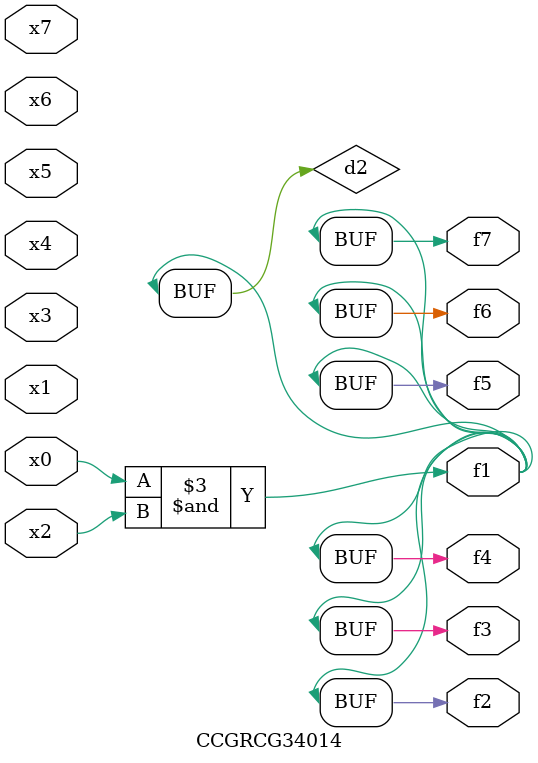
<source format=v>
module CCGRCG34014(
	input x0, x1, x2, x3, x4, x5, x6, x7,
	output f1, f2, f3, f4, f5, f6, f7
);

	wire d1, d2;

	nor (d1, x3, x6);
	and (d2, x0, x2);
	assign f1 = d2;
	assign f2 = d2;
	assign f3 = d2;
	assign f4 = d2;
	assign f5 = d2;
	assign f6 = d2;
	assign f7 = d2;
endmodule

</source>
